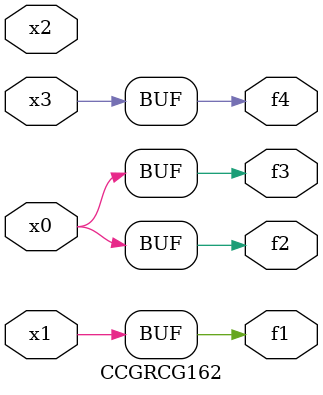
<source format=v>
module CCGRCG162(
	input x0, x1, x2, x3,
	output f1, f2, f3, f4
);
	assign f1 = x1;
	assign f2 = x0;
	assign f3 = x0;
	assign f4 = x3;
endmodule

</source>
